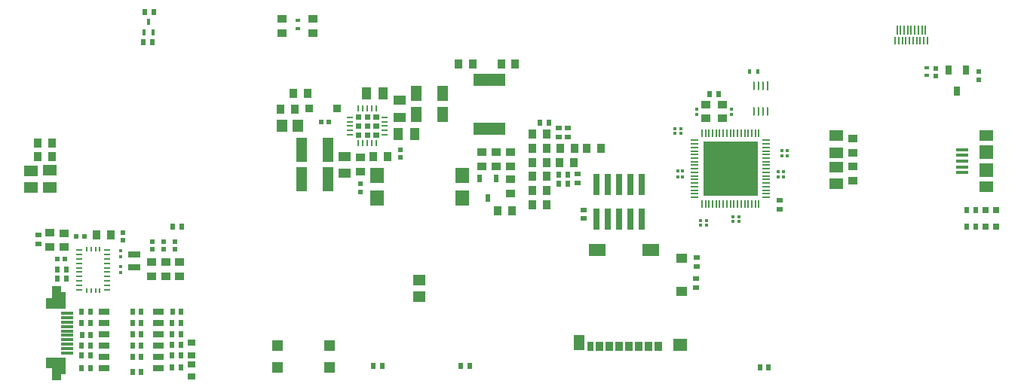
<source format=gtp>
G04*
G04 #@! TF.GenerationSoftware,Altium Limited,Altium Designer,21.3.2 (30)*
G04*
G04 Layer_Color=8421504*
%FSLAX44Y44*%
%MOMM*%
G71*
G04*
G04 #@! TF.SameCoordinates,F6AF6AA3-D760-431E-B483-83C9D8F16B82*
G04*
G04*
G04 #@! TF.FilePolarity,Positive*
G04*
G01*
G75*
%ADD17R,2.3000X1.2500*%
%ADD18R,1.6000X1.9500*%
%ADD19R,1.1000X2.6500*%
%ADD20R,1.6000X1.9500*%
%ADD21R,1.1000X2.6500*%
%ADD22R,1.5093X0.1093*%
%ADD23R,0.5500X0.6500*%
%ADD24R,0.6500X0.5500*%
%ADD25R,0.4500X0.5500*%
%ADD26R,0.3600X0.3200*%
%ADD27R,0.8000X0.8000*%
%ADD28R,0.6750X0.2500*%
%ADD29R,0.2500X0.5750*%
%ADD30R,1.4000X0.7500*%
%ADD31R,1.0000X0.9000*%
%ADD32R,0.4200X0.4600*%
%ADD33R,0.6200X0.6200*%
%ADD34R,0.6200X0.6200*%
%ADD35R,0.9000X1.0000*%
%ADD36R,1.5500X1.3500*%
%ADD37R,1.1700X1.8000*%
%ADD38R,1.9000X1.3500*%
%ADD39R,1.2000X1.0000*%
%ADD40R,0.8500X1.1000*%
%ADD41R,0.8750X1.1000*%
%ADD42R,0.7500X1.1000*%
%ADD43R,1.2500X0.7600*%
%ADD44R,1.4050X0.3050*%
%ADD45R,1.0000X1.0000*%
G04:AMPARAMS|DCode=46|XSize=1.0111mm|YSize=0.2425mm|CornerRadius=0.1212mm|HoleSize=0mm|Usage=FLASHONLY|Rotation=270.000|XOffset=0mm|YOffset=0mm|HoleType=Round|Shape=RoundedRectangle|*
%AMROUNDEDRECTD46*
21,1,1.0111,0.0000,0,0,270.0*
21,1,0.7686,0.2425,0,0,270.0*
1,1,0.2425,0.0000,-0.3843*
1,1,0.2425,0.0000,0.3843*
1,1,0.2425,0.0000,0.3843*
1,1,0.2425,0.0000,-0.3843*
%
%ADD46ROUNDEDRECTD46*%
%ADD47R,0.2425X1.0111*%
%ADD48O,0.2000X1.0000*%
%ADD49O,1.0000X0.2000*%
%ADD50R,6.2000X6.2000*%
%ADD51R,0.7600X2.4000*%
%ADD52R,0.3200X0.3600*%
%ADD53R,1.3500X0.4000*%
%ADD54R,1.5500X1.5000*%
%ADD55R,1.5200X1.7800*%
%ADD56R,0.2500X0.7000*%
%ADD57R,0.7000X0.2500*%
%ADD58R,0.9000X0.9500*%
%ADD59R,1.2000X1.2000*%
%ADD60R,1.1500X1.8000*%
%ADD61R,1.1500X1.4500*%
%ADD62R,1.1500X2.7000*%
%ADD63R,1.4500X1.1500*%
%ADD64R,0.8000X1.0000*%
%ADD65R,1.5000X1.3000*%
%ADD66R,0.3000X0.7100*%
%ADD67R,0.2300X1.0000*%
%ADD68R,0.2300X0.8500*%
%ADD69R,0.5500X0.4500*%
G04:AMPARAMS|DCode=70|XSize=0.55mm|YSize=0.8mm|CornerRadius=0.0495mm|HoleSize=0mm|Usage=FLASHONLY|Rotation=0.000|XOffset=0mm|YOffset=0mm|HoleType=Round|Shape=RoundedRectangle|*
%AMROUNDEDRECTD70*
21,1,0.5500,0.7010,0,0,0.0*
21,1,0.4510,0.8000,0,0,0.0*
1,1,0.0990,0.2255,-0.3505*
1,1,0.0990,-0.2255,-0.3505*
1,1,0.0990,-0.2255,0.3505*
1,1,0.0990,0.2255,0.3505*
%
%ADD70ROUNDEDRECTD70*%
%ADD71R,1.0500X1.4000*%
%ADD72R,3.5600X1.4000*%
%ADD73R,0.9000X0.7000*%
%ADD74R,1.4000X1.0500*%
%ADD75R,1.5500X1.2000*%
%ADD76R,1.5500X1.2000*%
G36*
X438852Y297788D02*
X432852D01*
Y303788D01*
X438852D01*
Y297788D01*
D02*
G37*
G36*
X428852D02*
X422852D01*
Y303788D01*
X428852D01*
Y297788D01*
D02*
G37*
G36*
X418852D02*
X412852D01*
Y303788D01*
X418852D01*
Y297788D01*
D02*
G37*
G36*
X438852Y287788D02*
X432852D01*
Y293788D01*
X438852D01*
Y287788D01*
D02*
G37*
G36*
X428852D02*
X422852D01*
Y293788D01*
X428852D01*
Y287788D01*
D02*
G37*
G36*
X418852D02*
X412852D01*
Y293788D01*
X418852D01*
Y287788D01*
D02*
G37*
G36*
X438852Y277788D02*
X432852D01*
Y283788D01*
X438852D01*
Y277788D01*
D02*
G37*
G36*
X428852D02*
X422852D01*
Y283788D01*
X428852D01*
Y277788D01*
D02*
G37*
G36*
X418852D02*
X412852D01*
Y283788D01*
X418852D01*
Y277788D01*
D02*
G37*
D17*
X76214Y91164D02*
D03*
X76235Y24681D02*
D03*
D18*
X79723Y94677D02*
D03*
D19*
X77223Y98177D02*
D03*
D20*
X79723Y21177D02*
D03*
D21*
X77223Y17677D02*
D03*
D22*
X867918Y321564D02*
D03*
D23*
X172100Y81800D02*
D03*
X162100D02*
D03*
X172100Y44300D02*
D03*
X162100D02*
D03*
X172100Y14000D02*
D03*
X162100D02*
D03*
X172100Y68906D02*
D03*
X162100D02*
D03*
X172100Y56206D02*
D03*
X162100D02*
D03*
X172100Y31500D02*
D03*
X162100D02*
D03*
X1109026Y177769D02*
D03*
X1099026D02*
D03*
X1109026Y196049D02*
D03*
X1099026D02*
D03*
X88016Y119366D02*
D03*
X78016D02*
D03*
X87979Y129765D02*
D03*
X77979D02*
D03*
X640504Y225779D02*
D03*
X650504D02*
D03*
X650504Y236375D02*
D03*
X640504D02*
D03*
X206992Y81860D02*
D03*
X216992D02*
D03*
X206738Y68906D02*
D03*
X216738D02*
D03*
X206738Y56206D02*
D03*
X216738D02*
D03*
X206484Y44522D02*
D03*
X216484D02*
D03*
X206738Y32838D02*
D03*
X216738D02*
D03*
X206738Y19122D02*
D03*
X216738D02*
D03*
X114884Y81606D02*
D03*
X104884D02*
D03*
X115218Y68906D02*
D03*
X105218D02*
D03*
X115392Y55698D02*
D03*
X105392D02*
D03*
X115138Y43760D02*
D03*
X105138D02*
D03*
X115218Y32584D02*
D03*
X105218D02*
D03*
X114884Y18868D02*
D03*
X104884D02*
D03*
X820086Y326898D02*
D03*
X810086D02*
D03*
X185883Y419048D02*
D03*
X175883D02*
D03*
X540432Y21336D02*
D03*
X530432D02*
D03*
X442642Y20828D02*
D03*
X432642D02*
D03*
X629952Y294894D02*
D03*
X619952D02*
D03*
X866400Y19300D02*
D03*
X876400D02*
D03*
X184578Y385318D02*
D03*
X174578D02*
D03*
X217598Y177292D02*
D03*
X207598D02*
D03*
D24*
X889200Y197100D02*
D03*
Y207100D02*
D03*
X56139Y168342D02*
D03*
Y158342D02*
D03*
X668838Y186633D02*
D03*
Y196633D02*
D03*
X640334Y278718D02*
D03*
Y288718D02*
D03*
X651256D02*
D03*
Y278718D02*
D03*
X662313Y236820D02*
D03*
Y226820D02*
D03*
X795274Y133176D02*
D03*
Y143176D02*
D03*
X795020Y119300D02*
D03*
Y109300D02*
D03*
D25*
X864293Y352228D02*
D03*
X855293D02*
D03*
D26*
X779780Y233426D02*
D03*
X774180D02*
D03*
X779786Y240030D02*
D03*
X774186D02*
D03*
X892810Y239776D02*
D03*
X887210D02*
D03*
X892808Y233172D02*
D03*
X887208D02*
D03*
D27*
X1119611Y177727D02*
D03*
X1132111D02*
D03*
Y195935D02*
D03*
X1119611D02*
D03*
D28*
X133625Y151500D02*
D03*
Y106500D02*
D03*
Y111500D02*
D03*
Y116500D02*
D03*
Y121500D02*
D03*
Y126500D02*
D03*
Y131500D02*
D03*
Y136500D02*
D03*
Y141500D02*
D03*
Y146500D02*
D03*
X102375Y151500D02*
D03*
Y146500D02*
D03*
Y141500D02*
D03*
Y136500D02*
D03*
Y131500D02*
D03*
Y126500D02*
D03*
Y121500D02*
D03*
Y116500D02*
D03*
Y111500D02*
D03*
Y106500D02*
D03*
D29*
X110500Y105875D02*
D03*
X115500D02*
D03*
X120500D02*
D03*
X125500D02*
D03*
Y152125D02*
D03*
X120500D02*
D03*
X115500D02*
D03*
X110500D02*
D03*
D30*
X164149Y131719D02*
D03*
Y146319D02*
D03*
D31*
X69358Y154536D02*
D03*
Y170536D02*
D03*
X85000Y170500D02*
D03*
Y154500D02*
D03*
X824336Y315090D02*
D03*
X805836Y299590D02*
D03*
X824336D02*
D03*
X805836Y315090D02*
D03*
X570144Y261762D02*
D03*
Y245762D02*
D03*
X330000Y395000D02*
D03*
Y411000D02*
D03*
X365000Y395000D02*
D03*
Y411000D02*
D03*
X970788Y229744D02*
D03*
Y245744D02*
D03*
Y276478D02*
D03*
Y260478D02*
D03*
X418450Y255550D02*
D03*
Y239550D02*
D03*
X214630Y137794D02*
D03*
Y121794D02*
D03*
X199256Y137839D02*
D03*
Y121839D02*
D03*
X183762Y137839D02*
D03*
Y121839D02*
D03*
X554142Y261762D02*
D03*
Y245762D02*
D03*
X586654Y261762D02*
D03*
Y245762D02*
D03*
X586590Y231028D02*
D03*
Y215028D02*
D03*
D32*
X149030Y143828D02*
D03*
Y150428D02*
D03*
Y132828D02*
D03*
Y126228D02*
D03*
D33*
X77528Y141042D02*
D03*
X86528D02*
D03*
X108000Y167000D02*
D03*
X99000D02*
D03*
X382888Y295402D02*
D03*
X373888D02*
D03*
D34*
X151130Y162052D02*
D03*
Y171052D02*
D03*
X418200Y225850D02*
D03*
Y216850D02*
D03*
X462892Y264358D02*
D03*
Y255358D02*
D03*
X210058Y151964D02*
D03*
Y160964D02*
D03*
X197358Y151892D02*
D03*
Y160892D02*
D03*
X184658Y151892D02*
D03*
Y160892D02*
D03*
X1064448Y355820D02*
D03*
Y346820D02*
D03*
X1111946Y342756D02*
D03*
Y351756D02*
D03*
D35*
X137540Y168656D02*
D03*
X121540D02*
D03*
X627452Y281686D02*
D03*
X611452D02*
D03*
X627452Y265938D02*
D03*
X611452D02*
D03*
X627452Y202438D02*
D03*
X611452D02*
D03*
X627452Y249936D02*
D03*
X611452D02*
D03*
X627452Y234188D02*
D03*
X611452D02*
D03*
X627452Y218440D02*
D03*
X611452D02*
D03*
X672250Y265800D02*
D03*
X688250D02*
D03*
X658600Y265850D02*
D03*
X642600D02*
D03*
X592000Y360550D02*
D03*
X576000D02*
D03*
X342520Y327406D02*
D03*
X358520D02*
D03*
X55754Y272034D02*
D03*
X71754D02*
D03*
X55754Y256540D02*
D03*
X71754D02*
D03*
X588136Y195834D02*
D03*
X572136D02*
D03*
X544128Y360464D02*
D03*
X528128D02*
D03*
X657600Y249400D02*
D03*
X641600D02*
D03*
X344104Y309410D02*
D03*
X328104D02*
D03*
X448878Y256324D02*
D03*
X432878D02*
D03*
D36*
X777194Y44722D02*
D03*
D37*
X663994Y46972D02*
D03*
D38*
X743944Y151722D02*
D03*
X684244D02*
D03*
D39*
X778944Y141972D02*
D03*
Y104972D02*
D03*
D40*
X752594Y43472D02*
D03*
X730594D02*
D03*
X719594D02*
D03*
X708594D02*
D03*
X697594D02*
D03*
X686594D02*
D03*
D41*
X741594D02*
D03*
D42*
X676094D02*
D03*
D43*
X191434Y18614D02*
D03*
Y31314D02*
D03*
Y44014D02*
D03*
Y56714D02*
D03*
Y69414D02*
D03*
Y82114D02*
D03*
X129934Y18614D02*
D03*
Y31314D02*
D03*
Y44014D02*
D03*
Y56714D02*
D03*
Y69414D02*
D03*
Y82114D02*
D03*
D44*
X88723Y80427D02*
D03*
D03*
Y75427D02*
D03*
Y70427D02*
D03*
Y65427D02*
D03*
Y60427D02*
D03*
Y55427D02*
D03*
Y50427D02*
D03*
Y45427D02*
D03*
Y40427D02*
D03*
Y35427D02*
D03*
D45*
X78913Y94917D02*
D03*
X78833Y20767D02*
D03*
D46*
X875418Y307059D02*
D03*
X870418D02*
D03*
X865418D02*
D03*
X860418D02*
D03*
Y336069D02*
D03*
X865418D02*
D03*
X870418D02*
D03*
D47*
X875418D02*
D03*
D48*
X801506Y202762D02*
D03*
X805506D02*
D03*
X809506Y202762D02*
D03*
X813506D02*
D03*
X817506D02*
D03*
X821506Y202762D02*
D03*
X825506D02*
D03*
X829506D02*
D03*
X833506D02*
D03*
X837506D02*
D03*
X841506D02*
D03*
X845506D02*
D03*
X849506Y202762D02*
D03*
X853506Y202762D02*
D03*
X857506Y202762D02*
D03*
X861506Y202762D02*
D03*
X865506Y202762D02*
D03*
Y282762D02*
D03*
X861506Y282762D02*
D03*
X857506Y282762D02*
D03*
X853506Y282762D02*
D03*
X849506Y282762D02*
D03*
X845506Y282762D02*
D03*
X841506D02*
D03*
X837506D02*
D03*
X833506D02*
D03*
X829506D02*
D03*
X825506D02*
D03*
X821506D02*
D03*
X817506Y282762D02*
D03*
X813506D02*
D03*
X809506D02*
D03*
X805506Y282762D02*
D03*
X801506D02*
D03*
D49*
X873506Y210762D02*
D03*
Y214762D02*
D03*
X873506Y218762D02*
D03*
Y222762D02*
D03*
Y226762D02*
D03*
X873506Y230762D02*
D03*
Y234762D02*
D03*
Y238762D02*
D03*
Y242762D02*
D03*
Y246762D02*
D03*
Y250762D02*
D03*
Y254762D02*
D03*
X873506Y258762D02*
D03*
X873506Y262762D02*
D03*
X873506Y266762D02*
D03*
X873506Y270762D02*
D03*
X873506Y274762D02*
D03*
X793506D02*
D03*
X793506Y270762D02*
D03*
X793506Y266762D02*
D03*
X793506Y262762D02*
D03*
X793506Y258762D02*
D03*
X793506Y254762D02*
D03*
Y250762D02*
D03*
Y246762D02*
D03*
Y242762D02*
D03*
Y238762D02*
D03*
Y234762D02*
D03*
Y230762D02*
D03*
X793506Y226762D02*
D03*
Y222762D02*
D03*
Y218762D02*
D03*
X793506Y214762D02*
D03*
Y210762D02*
D03*
D50*
X833506Y242762D02*
D03*
D51*
X683352Y185923D02*
D03*
X696052D02*
D03*
X708752D02*
D03*
X721452D02*
D03*
X734152D02*
D03*
X683352Y224923D02*
D03*
X696052D02*
D03*
X708752D02*
D03*
X721452D02*
D03*
X734152D02*
D03*
D52*
X834644Y303778D02*
D03*
Y309378D02*
D03*
X795528Y309378D02*
D03*
Y303778D02*
D03*
X842772Y188976D02*
D03*
Y183376D02*
D03*
X836422Y188976D02*
D03*
Y183376D02*
D03*
X771144Y282442D02*
D03*
Y288042D02*
D03*
X778002Y282440D02*
D03*
Y288040D02*
D03*
X891032Y263150D02*
D03*
Y257550D02*
D03*
X897102Y263150D02*
D03*
Y257550D02*
D03*
X806704Y184664D02*
D03*
Y179064D02*
D03*
X800215Y184662D02*
D03*
Y179062D02*
D03*
D53*
X1093981Y238471D02*
D03*
Y244971D02*
D03*
Y251471D02*
D03*
Y257971D02*
D03*
Y264471D02*
D03*
D54*
X1120981Y241471D02*
D03*
Y261471D02*
D03*
D55*
X436984Y234966D02*
D03*
Y209566D02*
D03*
X532184Y234966D02*
D03*
Y209566D02*
D03*
D56*
X415852Y271288D02*
D03*
X420852D02*
D03*
X425852D02*
D03*
X430852D02*
D03*
X435852D02*
D03*
Y310288D02*
D03*
X430852D02*
D03*
X425852D02*
D03*
X420852D02*
D03*
X415852D02*
D03*
D57*
X445352Y280788D02*
D03*
Y285788D02*
D03*
Y290788D02*
D03*
Y295788D02*
D03*
Y300788D02*
D03*
X406352D02*
D03*
Y295788D02*
D03*
Y290788D02*
D03*
Y285788D02*
D03*
Y280788D02*
D03*
D58*
X360172Y310642D02*
D03*
X391672Y310642D02*
D03*
D59*
X383764Y44288D02*
D03*
Y19288D02*
D03*
X324764Y44288D02*
D03*
Y19288D02*
D03*
D60*
X480474Y304076D02*
D03*
X510474D02*
D03*
X480474Y327952D02*
D03*
X510474D02*
D03*
D61*
X347770Y291122D02*
D03*
X329770D02*
D03*
D62*
X351710Y263944D02*
D03*
X381710D02*
D03*
X351710Y231432D02*
D03*
X381710D02*
D03*
D63*
X484378Y117204D02*
D03*
Y99204D02*
D03*
D64*
X1097570Y354176D02*
D03*
X1078570D02*
D03*
X1088070Y330176D02*
D03*
D65*
X48260Y221640D02*
D03*
Y240640D02*
D03*
X68834Y221894D02*
D03*
Y240894D02*
D03*
X952500Y261010D02*
D03*
Y280010D02*
D03*
Y244856D02*
D03*
Y225856D02*
D03*
D66*
X180086Y408182D02*
D03*
X185086Y395982D02*
D03*
X175086D02*
D03*
D67*
X1052509Y398992D02*
D03*
X1048509D02*
D03*
X1044509D02*
D03*
X1040509D02*
D03*
X1036509D02*
D03*
X1032509D02*
D03*
X1028509D02*
D03*
X1024509D02*
D03*
X1020509D02*
D03*
D68*
X1054509Y386742D02*
D03*
X1050509D02*
D03*
X1046509D02*
D03*
X1042509D02*
D03*
X1038509D02*
D03*
X1034509D02*
D03*
X1030509D02*
D03*
X1026509D02*
D03*
X1022509D02*
D03*
X1018509D02*
D03*
D69*
X347672Y400422D02*
D03*
Y409422D02*
D03*
X1053526Y356654D02*
D03*
Y347654D02*
D03*
D70*
X570690Y231996D02*
D03*
X551690D02*
D03*
X561190Y209996D02*
D03*
D71*
X443632Y327168D02*
D03*
X424632D02*
D03*
X478996Y282210D02*
D03*
X459996D02*
D03*
D72*
X563052Y342552D02*
D03*
Y287952D02*
D03*
D73*
X228000Y33000D02*
D03*
Y47000D02*
D03*
X228000Y22812D02*
D03*
Y8812D02*
D03*
D74*
X461876Y300752D02*
D03*
Y319752D02*
D03*
X400154Y237404D02*
D03*
Y256404D02*
D03*
D75*
X1120980Y222472D02*
D03*
D76*
Y280471D02*
D03*
M02*

</source>
